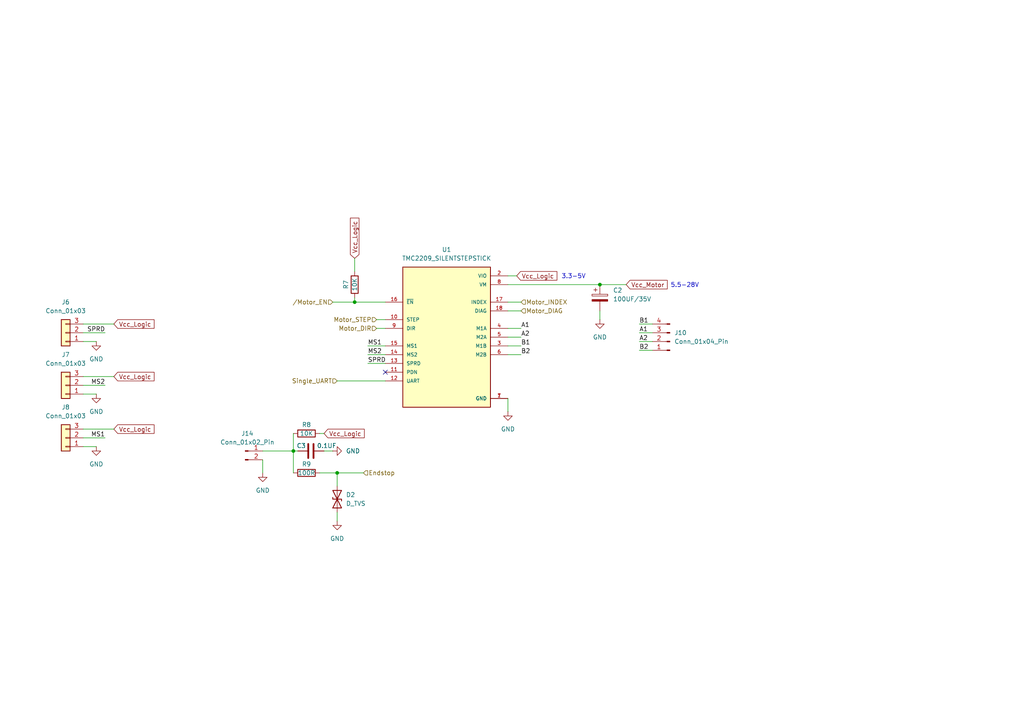
<source format=kicad_sch>
(kicad_sch (version 20231120) (generator "eeschema") (generator_version "8.0")
  (paper "A4")
  (lib_symbols
    (symbol "Connector:Conn_01x02_Pin" (pin_names (offset 1.016) hide)
      (property "Reference" "J" (at 0 2.54 0))
      (property "Value" "Conn_01x02_Pin" (at 0 -5.08 0))
      (symbol "Conn_01x02_Pin_1_1"
        (polyline (pts (xy 1.27 -2.54) (xy 0.8636 -2.54)) (stroke (width 0.1524)))
        (polyline (pts (xy 1.27 0) (xy 0.8636 0)) (stroke (width 0.1524)))
        (rectangle (start 0.8636 -2.413) (end 0 -2.667) (stroke (width 0.1524)) (fill (type outline)))
        (rectangle (start 0.8636 0.127) (end 0 -0.127) (stroke (width 0.1524)) (fill (type outline)))
        (pin passive line (at 5.08 0 180) (length 3.81) (name "Pin_1") (number "1"))
        (pin passive line (at 5.08 -2.54 180) (length 3.81) (name "Pin_2") (number "2"))
      )
    )
    (symbol "Connector:Conn_01x04_Pin" (pin_names (offset 1.016) hide)
      (property "Reference" "J" (at 0 5.08 0))
      (property "Value" "Conn_01x04_Pin" (at 0 -7.62 0))
      (symbol "Conn_01x04_Pin_1_1"
        (polyline (pts (xy 1.27 -5.08) (xy 0.8636 -5.08)) (stroke (width 0.1524)))
        (polyline (pts (xy 1.27 -2.54) (xy 0.8636 -2.54)) (stroke (width 0.1524)))
        (polyline (pts (xy 1.27 0) (xy 0.8636 0)) (stroke (width 0.1524)))
        (polyline (pts (xy 1.27 2.54) (xy 0.8636 2.54)) (stroke (width 0.1524)))
        (rectangle (start 0.8636 -4.953) (end 0 -5.207) (stroke (width 0.1524)) (fill (type outline)))
        (rectangle (start 0.8636 -2.413) (end 0 -2.667) (stroke (width 0.1524)) (fill (type outline)))
        (rectangle (start 0.8636 0.127) (end 0 -0.127) (stroke (width 0.1524)) (fill (type outline)))
        (rectangle (start 0.8636 2.667) (end 0 2.413) (stroke (width 0.1524)) (fill (type outline)))
        (pin passive line (at 5.08 2.54 180) (length 3.81) (name "Pin_1") (number "1"))
        (pin passive line (at 5.08 0 180) (length 3.81) (name "Pin_2") (number "2"))
        (pin passive line (at 5.08 -2.54 180) (length 3.81) (name "Pin_3") (number "3"))
        (pin passive line (at 5.08 -5.08 180) (length 3.81) (name "Pin_4") (number "4"))
      )
    )
    (symbol "Connector_Generic:Conn_01x03" (pin_names (offset 1.016) hide)
      (property "Reference" "J" (at 0 5.08 0))
      (property "Value" "Conn_01x03" (at 0 -5.08 0))
      (symbol "Conn_01x03_1_1"
        (rectangle (start -1.27 -2.413) (end 0 -2.667) (stroke (width 0.1524)))
        (rectangle (start -1.27 0.127) (end 0 -0.127) (stroke (width 0.1524)))
        (rectangle (start -1.27 2.667) (end 0 2.413) (stroke (width 0.1524)))
        (rectangle (start -1.27 3.81) (end 1.27 -3.81) (stroke (width 0.254)) (fill (type background)))
        (pin passive line (at -5.08 2.54 0) (length 3.81) (name "Pin_1") (number "1"))
        (pin passive line (at -5.08 0 0) (length 3.81) (name "Pin_2") (number "2"))
        (pin passive line (at -5.08 -2.54 0) (length 3.81) (name "Pin_3") (number "3"))
      )
    )
    (symbol "Device:C" (pin_numbers hide) (pin_names (offset 0.254))
      (property "Reference" "C" (at 0.635 2.54 0))
      (property "Value" "C" (at 0.635 -2.54 0))
      (symbol "C_0_1"
        (polyline (pts (xy -2.032 -0.762) (xy 2.032 -0.762)) (stroke (width 0.508)))
        (polyline (pts (xy -2.032 0.762) (xy 2.032 0.762)) (stroke (width 0.508)))
      )
      (symbol "C_1_1"
        (pin passive line (at 0 3.81 270) (length 2.794) (name "~") (number "1"))
        (pin passive line (at 0 -3.81 90) (length 2.794) (name "~") (number "2"))
      )
    )
    (symbol "Device:C_Polarized" (pin_numbers hide) (pin_names (offset 0.254))
      (property "Reference" "C" (at 0.635 2.54 0))
      (property "Value" "C_Polarized" (at 0.635 -2.54 0))
      (symbol "C_Polarized_0_1"
        (rectangle (start -2.286 0.508) (end 2.286 1.016))
        (polyline (pts (xy -1.778 2.286) (xy -0.762 2.286)))
        (polyline (pts (xy -1.27 2.794) (xy -1.27 1.778)))
        (rectangle (start 2.286 -0.508) (end -2.286 -1.016) (fill (type outline)))
      )
      (symbol "C_Polarized_1_1"
        (pin passive line (at 0 3.81 270) (length 2.794) (name "~") (number "1"))
        (pin passive line (at 0 -3.81 90) (length 2.794) (name "~") (number "2"))
      )
    )
    (symbol "Device:D_TVS" (pin_numbers hide) (pin_names (offset 1.016) hide)
      (property "Reference" "D" (at 0 2.54 0))
      (property "Value" "D_TVS" (at 0 -2.54 0))
      (symbol "D_TVS_0_1"
        (polyline (pts (xy 1.27 0) (xy -1.27 0)))
        (polyline (pts (xy 0.508 1.27) (xy 0 1.27) (xy 0 -1.27) (xy -0.508 -1.27)) (stroke (width 0.254)))
        (polyline (pts (xy -2.54 1.27) (xy -2.54 -1.27) (xy 2.54 1.27) (xy 2.54 -1.27) (xy -2.54 1.27)) (stroke (width 0.254)))
      )
      (symbol "D_TVS_1_1"
        (pin passive line (at -3.81 0 0) (length 2.54) (name "A1") (number "1"))
        (pin passive line (at 3.81 0 180) (length 2.54) (name "A2") (number "2"))
      )
    )
    (symbol "Device:R" (pin_numbers hide) (pin_names (offset 0))
      (property "Reference" "R" (at 2.032 0 90))
      (property "Value" "R" (at 0 0 90))
      (symbol "R_0_1"
        (rectangle (start -1.016 -2.54) (end 1.016 2.54) (stroke (width 0.254)))
      )
      (symbol "R_1_1"
        (pin passive line (at 0 3.81 270) (length 1.27) (name "~") (number "1"))
        (pin passive line (at 0 -3.81 90) (length 1.27) (name "~") (number "2"))
      )
    )
    (symbol "TMC2209_SILENTSTEPSTICK:TMC2209_SILENTSTEPSTICK" (pin_names (offset 1.016))
      (property "Reference" "U" (at -12.7 22.86 0))
      (property "Value" "TMC2209_SILENTSTEPSTICK" (at -12.7 -22.86 0))
      (symbol "TMC2209_SILENTSTEPSTICK_0_0"
        (rectangle (start -12.7 -20.32) (end 12.7 20.32) (stroke (width 0.254)) (fill (type background)))
        (pin power_in line (at 17.78 -17.78 180) (length 5.08) (name "GND") (number "1"))
        (pin input line (at -17.78 5.08 0) (length 5.08) (name "STEP") (number "10"))
        (pin bidirectional line (at -17.78 -10.16 0) (length 5.08) (name "PDN") (number "11"))
        (pin bidirectional line (at -17.78 -12.7 0) (length 5.08) (name "UART") (number "12"))
        (pin input line (at -17.78 -7.62 0) (length 5.08) (name "SPRD") (number "13"))
        (pin input line (at -17.78 -5.08 0) (length 5.08) (name "MS2") (number "14"))
        (pin input line (at -17.78 -2.54 0) (length 5.08) (name "MS1") (number "15"))
        (pin input line (at -17.78 10.16 0) (length 5.08) (name "~{EN}") (number "16"))
        (pin output line (at 17.78 10.16 180) (length 5.08) (name "INDEX") (number "17"))
        (pin output line (at 17.78 7.62 180) (length 5.08) (name "DIAG") (number "18"))
        (pin power_in line (at 17.78 17.78 180) (length 5.08) (name "VIO") (number "2"))
        (pin output line (at 17.78 -2.54 180) (length 5.08) (name "M1B") (number "3"))
        (pin output line (at 17.78 2.54 180) (length 5.08) (name "M1A") (number "4"))
        (pin output line (at 17.78 0 180) (length 5.08) (name "M2A") (number "5"))
        (pin output line (at 17.78 -5.08 180) (length 5.08) (name "M2B") (number "6"))
        (pin power_in line (at 17.78 -17.78 180) (length 5.08) (name "GND") (number "7"))
        (pin power_in line (at 17.78 15.24 180) (length 5.08) (name "VM") (number "8"))
        (pin input line (at -17.78 2.54 0) (length 5.08) (name "DIR") (number "9"))
      )
    )
    (symbol "power:GND" (power) (pin_numbers hide) (pin_names (offset 0) hide)
      (property "Value" "GND" (at 0 -3.81 0))
      (symbol "GND_0_1"
        (polyline (pts (xy 0 0) (xy 0 -1.27) (xy 1.27 -1.27) (xy 0 -2.54) (xy -1.27 -1.27) (xy 0 -1.27)))
      )
      (symbol "GND_1_1"
        (pin power_in line (at 0 0 270) (length 0) (name "~") (number "1"))
      )
    )
  )
  (junction (at 173.99 82.55))
  (junction (at 97.79 137.16))
  (junction (at 102.87 87.63))
  (junction (at 85.09 130.81))
  (no_connect (at 111.76 107.95))
  (wire (pts (xy 149.86 80.01) (xy 147.32 80.01)))
  (wire (pts (xy 97.79 137.16) (xy 92.71 137.16)))
  (wire (pts (xy 27.94 114.3) (xy 24.13 114.3)))
  (wire (pts (xy 102.87 74.93) (xy 102.87 78.74)))
  (wire (pts (xy 102.87 86.36) (xy 102.87 87.63)))
  (wire (pts (xy 109.22 95.25) (xy 111.76 95.25)))
  (wire (pts (xy 185.42 99.06) (xy 189.23 99.06)))
  (wire (pts (xy 147.32 97.79) (xy 151.13 97.79)))
  (wire (pts (xy 147.32 87.63) (xy 151.13 87.63)))
  (wire (pts (xy 24.13 111.76) (xy 30.48 111.76)))
  (wire (pts (xy 76.2 133.35) (xy 76.2 137.16)))
  (wire (pts (xy 106.68 102.87) (xy 111.76 102.87)))
  (wire (pts (xy 185.42 96.52) (xy 189.23 96.52)))
  (wire (pts (xy 147.32 95.25) (xy 151.13 95.25)))
  (wire (pts (xy 85.09 130.81) (xy 85.09 137.16)))
  (wire (pts (xy 181.61 82.55) (xy 173.99 82.55)))
  (wire (pts (xy 24.13 96.52) (xy 30.48 96.52)))
  (wire (pts (xy 93.98 130.81) (xy 96.52 130.81)))
  (wire (pts (xy 173.99 92.71) (xy 173.99 90.17)))
  (wire (pts (xy 97.79 110.49) (xy 111.76 110.49)))
  (wire (pts (xy 33.02 124.46) (xy 24.13 124.46)))
  (wire (pts (xy 97.79 140.97) (xy 97.79 137.16)))
  (wire (pts (xy 92.71 125.73) (xy 93.98 125.73)))
  (wire (pts (xy 97.79 151.13) (xy 97.79 148.59)))
  (wire (pts (xy 173.99 82.55) (xy 147.32 82.55)))
  (wire (pts (xy 105.41 137.16) (xy 97.79 137.16)))
  (wire (pts (xy 106.68 100.33) (xy 111.76 100.33)))
  (wire (pts (xy 151.13 90.17) (xy 147.32 90.17)))
  (wire (pts (xy 109.22 92.71) (xy 111.76 92.71)))
  (wire (pts (xy 85.09 125.73) (xy 85.09 130.81)))
  (wire (pts (xy 33.02 93.98) (xy 24.13 93.98)))
  (wire (pts (xy 147.32 115.57) (xy 147.32 119.38)))
  (wire (pts (xy 86.36 130.81) (xy 85.09 130.81)))
  (wire (pts (xy 147.32 100.33) (xy 151.13 100.33)))
  (wire (pts (xy 96.52 87.63) (xy 102.87 87.63)))
  (wire (pts (xy 185.42 93.98) (xy 189.23 93.98)))
  (wire (pts (xy 76.2 130.81) (xy 85.09 130.81)))
  (wire (pts (xy 102.87 87.63) (xy 111.76 87.63)))
  (wire (pts (xy 27.94 99.06) (xy 24.13 99.06)))
  (wire (pts (xy 33.02 109.22) (xy 24.13 109.22)))
  (wire (pts (xy 27.94 129.54) (xy 24.13 129.54)))
  (wire (pts (xy 106.68 105.41) (xy 111.76 105.41)))
  (wire (pts (xy 147.32 102.87) (xy 151.13 102.87)))
  (wire (pts (xy 24.13 127) (xy 30.48 127)))
  (wire (pts (xy 185.42 101.6) (xy 189.23 101.6)))
  (text "5.5-28V\n" (at 198.628 82.804 0) (effects (font (size 1.27 1.27))))
  (text "3.3-5V\n" (at 166.37 80.264 0) (effects (font (size 1.27 1.27))))
  (label "B2" (at 151.13 102.87 0))
  (label "SPRD" (at 30.48 96.52 180))
  (label "MS1" (at 30.48 127 180))
  (label "B2" (at 185.42 101.6 0))
  (label "A2" (at 185.42 99.06 0))
  (label "A2" (at 151.13 97.79 0))
  (label "SPRD" (at 106.68 105.41 0))
  (label "MS2" (at 106.68 102.87 0))
  (label "B1" (at 151.13 100.33 0))
  (label "MS2" (at 30.48 111.76 180))
  (label "MS1" (at 106.68 100.33 0))
  (label "A1" (at 151.13 95.25 0))
  (label "A1" (at 185.42 96.52 0))
  (label "B1" (at 185.42 93.98 0))
  (global_label "Vcc_Logic" (shape input) (at 93.98 125.73 0) (property "Intersheetrefs" "${INTERSHEET_REFS}" (effects (hide yes))))
  (global_label "Vcc_Logic" (shape input) (at 102.87 74.93 90) (property "Intersheetrefs" "${INTERSHEET_REFS}" (effects (hide yes))))
  (global_label "Vcc_Logic" (shape input) (at 33.02 124.46 0) (property "Intersheetrefs" "${INTERSHEET_REFS}" (effects (hide yes))))
  (global_label "Vcc_Logic" (shape input) (at 33.02 93.98 0) (property "Intersheetrefs" "${INTERSHEET_REFS}" (effects (hide yes))))
  (global_label "Vcc_Logic" (shape input) (at 149.86 80.01 0) (property "Intersheetrefs" "${INTERSHEET_REFS}" (effects (hide yes))))
  (global_label "Vcc_Logic" (shape input) (at 33.02 109.22 0) (property "Intersheetrefs" "${INTERSHEET_REFS}" (effects (hide yes))))
  (global_label "Vcc_Motor" (shape input) (at 181.61 82.55 0) (property "Intersheetrefs" "${INTERSHEET_REFS}" (effects (hide yes))))
  (hierarchical_label "Endstop" (shape input) (at 105.41 137.16 0))
  (hierarchical_label "{slash}Motor_EN" (shape input) (at 96.52 87.63 180))
  (hierarchical_label "Motor_DIAG" (shape input) (at 151.13 90.17 0))
  (hierarchical_label "Single_UART" (shape input) (at 97.79 110.49 180))
  (hierarchical_label "Motor_STEP" (shape input) (at 109.22 92.71 180))
  (hierarchical_label "Motor_DIR" (shape input) (at 109.22 95.25 180))
  (hierarchical_label "Motor_INDEX" (shape input) (at 151.13 87.63 0))
  (symbol (lib_id "Device:R") (at 88.9 137.16 90) (unit 1)
    (property "Reference" "R9" (at 88.9 134.62 90))
    (property "Value" "100R" (at 88.9 137.16 90))
    (property "Footprint" "Resistor_SMD:R_0805_2012Metric_Pad1.20x1.40mm_HandSolder" (effects (hide yes)))
    (property "Description" "Resistor" (effects (hide yes)))
    (instances (project "Schrittmotortreiber_Traegerboard" (path "" (reference "R9") (unit 1)) (path "" (reference "R12") (unit 1)) (path "" (reference "R15") (unit 1)) (path "" (reference "R6") (unit 1))))
  )
  (symbol (lib_id "power:GND") (at 97.79 151.13 0) (unit 1)
    (property "Reference" "#PWR017" (effects (hide yes)))
    (property "Value" "GND" (at 97.79 156.21 0))
    (property "Description" "Power symbol creates a global label with name \"GND\" , ground" (effects (hide yes)))
    (instances (project "Schrittmotortreiber_Traegerboard" (path "" (reference "#PWR017") (unit 1)) (path "" (reference "#PWR025") (unit 1)) (path "" (reference "#PWR033") (unit 1)) (path "" (reference "#PWR041") (unit 1))))
  )
  (symbol (lib_id "power:GND") (at 147.32 119.38 0) (unit 1)
    (property "Reference" "#PWR018" (effects (hide yes)))
    (property "Value" "GND" (at 147.32 124.46 0))
    (property "Description" "Power symbol creates a global label with name \"GND\" , ground" (effects (hide yes)))
    (instances (project "Schrittmotortreiber_Traegerboard" (path "" (reference "#PWR018") (unit 1)) (path "" (reference "#PWR026") (unit 1)) (path "" (reference "#PWR034") (unit 1)) (path "" (reference "#PWR042") (unit 1))))
  )
  (symbol (lib_id "Connector_Generic:Conn_01x03") (at 19.05 127 180) (unit 1)
    (property "Reference" "J8" (at 19.05 118.11 0))
    (property "Value" "Conn_01x03" (at 19.05 120.65 0))
    (property "Footprint" "Connector_PinHeader_2.54mm:PinHeader_1x03_P2.54mm_Vertical" (effects (hide yes)))
    (property "Description" "Generic connector, single row, 01x03, script generated (kicad-library-utils/schlib/autogen/connector/)" (effects (hide yes)))
    (instances (project "Schrittmotortreiber_Traegerboard" (path "" (reference "J8") (unit 1)) (path "" (reference "J13") (unit 1)) (path "" (reference "J18") (unit 1)) (path "" (reference "J23") (unit 1))))
  )
  (symbol (lib_id "Connector:Conn_01x02_Pin") (at 71.12 130.81 0) (unit 1)
    (property "Reference" "J14" (at 71.755 125.73 0))
    (property "Value" "Conn_01x02_Pin" (at 71.755 128.27 0))
    (property "Footprint" "Connector_JST:JST_XH_B2B-XH-A_1x02_P2.50mm_Vertical" (effects (hide yes)))
    (property "Description" "Generic connector, single row, 01x02, script generated" (effects (hide yes)))
    (instances (project "Schrittmotortreiber_Traegerboard" (path "" (reference "J14") (unit 1)) (path "" (reference "J19") (unit 1)) (path "" (reference "J24") (unit 1)) (path "" (reference "J9") (unit 1))))
  )
  (symbol (lib_id "power:GND") (at 27.94 129.54 0) (mirror y) (unit 1)
    (property "Reference" "#PWR014" (effects (hide yes)))
    (property "Value" "GND" (at 27.94 134.62 0))
    (property "Description" "Power symbol creates a global label with name \"GND\" , ground" (effects (hide yes)))
    (instances (project "Schrittmotortreiber_Traegerboard" (path "" (reference "#PWR014") (unit 1)) (path "" (reference "#PWR022") (unit 1)) (path "" (reference "#PWR030") (unit 1)) (path "" (reference "#PWR038") (unit 1))))
  )
  (symbol (lib_id "Device:R") (at 88.9 125.73 90) (unit 1)
    (property "Reference" "R8" (at 88.9 123.19 90))
    (property "Value" "10K" (at 88.9 125.73 90))
    (property "Footprint" "Resistor_SMD:R_0805_2012Metric_Pad1.20x1.40mm_HandSolder" (effects (hide yes)))
    (property "Description" "Resistor" (effects (hide yes)))
    (instances (project "Schrittmotortreiber_Traegerboard" (path "" (reference "R8") (unit 1)) (path "" (reference "R11") (unit 1)) (path "" (reference "R14") (unit 1)) (path "" (reference "R5") (unit 1))))
  )
  (symbol (lib_id "Device:D_TVS") (at 97.79 144.78 90) (unit 1)
    (property "Reference" "D2" (at 100.33 143.5099 90) (effects (justify right)))
    (property "Value" "D_TVS" (at 100.33 146.0499 90) (effects (justify right)))
    (property "Footprint" "Diode_SMD:D_0201_0603Metric_Pad0.64x0.40mm_HandSolder" (effects (hide yes)))
    (property "Description" "Bidirectional transient-voltage-suppression diode" (effects (hide yes)))
    (instances (project "Schrittmotortreiber_Traegerboard" (path "" (reference "D2") (unit 1)) (path "" (reference "D3") (unit 1)) (path "" (reference "D4") (unit 1)) (path "" (reference "D1") (unit 1))))
  )
  (symbol (lib_id "Device:C_Polarized") (at 173.99 86.36 0) (unit 1)
    (property "Reference" "C2" (at 177.8 84.2009 0) (effects (justify left)))
    (property "Value" "100UF/35V" (at 177.8 86.7409 0) (effects (justify left)))
    (property "Footprint" "Capacitor_SMD:CP_Elec_6.3x7.7" (effects (hide yes)))
    (property "Description" "Polarized capacitor" (effects (hide yes)))
    (instances (project "Schrittmotortreiber_Traegerboard" (path "" (reference "C2") (unit 1)) (path "" (reference "C4") (unit 1)) (path "" (reference "C6") (unit 1)) (path "" (reference "C8") (unit 1))))
  )
  (symbol (lib_id "Device:R") (at 102.87 82.55 180) (unit 1)
    (property "Reference" "R7" (at 100.33 82.55 90))
    (property "Value" "10K" (at 102.87 82.55 90))
    (property "Footprint" "Resistor_SMD:R_0805_2012Metric_Pad1.20x1.40mm_HandSolder" (effects (hide yes)))
    (property "Description" "Resistor" (effects (hide yes)))
    (instances (project "Schrittmotortreiber_Traegerboard" (path "" (reference "R7") (unit 1)) (path "" (reference "R10") (unit 1)) (path "" (reference "R13") (unit 1)) (path "" (reference "R16") (unit 1))))
  )
  (symbol (lib_id "power:GND") (at 27.94 114.3 0) (mirror y) (unit 1)
    (property "Reference" "#PWR013" (effects (hide yes)))
    (property "Value" "GND" (at 27.94 119.38 0))
    (property "Description" "Power symbol creates a global label with name \"GND\" , ground" (effects (hide yes)))
    (instances (project "Schrittmotortreiber_Traegerboard" (path "" (reference "#PWR013") (unit 1)) (path "" (reference "#PWR021") (unit 1)) (path "" (reference "#PWR029") (unit 1)) (path "" (reference "#PWR037") (unit 1))))
  )
  (symbol (lib_id "TMC2209_SILENTSTEPSTICK:TMC2209_SILENTSTEPSTICK") (at 129.54 97.79 0) (unit 1)
    (property "Reference" "U1" (at 129.54 72.39 0))
    (property "Value" "TMC2209_SILENTSTEPSTICK" (at 129.54 74.93 0))
    (property "Footprint" "Schrittmotortreiber:MODULE_TMC2209_SILENTSTEPSTICK" (effects (hide yes)))
    (property "MF" "Trinamic Motion Control GmbH" (effects (hide yes)))
    (property "Description_1" "\nTMC2209 Motor Controller/Driver Power Management Evaluation Board\n" (effects (hide yes)))
    (property "Package" "None" (effects (hide yes)))
    (property "Price" "None" (effects (hide yes)))
    (property "Check_prices" "https://www.snapeda.com/parts/TMC2209%20SILENTSTEPSTICK/Trinamic+Motion+Control+GmbH/view-part/?ref=eda" (effects (hide yes)))
    (property "STANDARD" "Manufacturer Recommendations" (effects (hide yes)))
    (property "PARTREV" "1.20" (effects (hide yes)))
    (property "SnapEDA_Link" "https://www.snapeda.com/parts/TMC2209%20SILENTSTEPSTICK/Trinamic+Motion+Control+GmbH/view-part/?ref=snap" (effects (hide yes)))
    (property "MP" "TMC2209 SILENTSTEPSTICK" (effects (hide yes)))
    (property "MANUFACTURER" "Trinamic Motion Control GmbH" (effects (hide yes)))
    (property "Availability" "In Stock" (effects (hide yes)))
    (property "SNAPEDA_PN" "TMC2209 SILENTSTEPSTICK" (effects (hide yes)))
    (instances (project "Schrittmotortreiber_Traegerboard" (path "" (reference "U1") (unit 1)) (path "" (reference "U2") (unit 1)) (path "" (reference "U3") (unit 1)) (path "" (reference "U4") (unit 1))))
  )
  (symbol (lib_id "power:GND") (at 96.52 130.81 90) (unit 1)
    (property "Reference" "#PWR016" (effects (hide yes)))
    (property "Value" "GND" (at 100.33 130.8099 90) (effects (justify right)))
    (property "Description" "Power symbol creates a global label with name \"GND\" , ground" (effects (hide yes)))
    (instances (project "Schrittmotortreiber_Traegerboard" (path "" (reference "#PWR016") (unit 1)) (path "" (reference "#PWR024") (unit 1)) (path "" (reference "#PWR032") (unit 1)) (path "" (reference "#PWR040") (unit 1))))
  )
  (symbol (lib_id "power:GND") (at 27.94 99.06 0) (mirror y) (unit 1)
    (property "Reference" "#PWR012" (effects (hide yes)))
    (property "Value" "GND" (at 27.94 104.14 0))
    (property "Description" "Power symbol creates a global label with name \"GND\" , ground" (effects (hide yes)))
    (instances (project "Schrittmotortreiber_Traegerboard" (path "" (reference "#PWR012") (unit 1)) (path "" (reference "#PWR020") (unit 1)) (path "" (reference "#PWR028") (unit 1)) (path "" (reference "#PWR036") (unit 1))))
  )
  (symbol (lib_id "power:GND") (at 173.99 92.71 0) (unit 1)
    (property "Reference" "#PWR019" (effects (hide yes)))
    (property "Value" "GND" (at 173.99 97.79 0))
    (property "Description" "Power symbol creates a global label with name \"GND\" , ground" (effects (hide yes)))
    (instances (project "Schrittmotortreiber_Traegerboard" (path "" (reference "#PWR019") (unit 1)) (path "" (reference "#PWR027") (unit 1)) (path "" (reference "#PWR035") (unit 1)) (path "" (reference "#PWR043") (unit 1))))
  )
  (symbol (lib_id "Connector_Generic:Conn_01x03") (at 19.05 111.76 180) (unit 1)
    (property "Reference" "J7" (at 19.05 102.87 0))
    (property "Value" "Conn_01x03" (at 19.05 105.41 0))
    (property "Footprint" "Connector_PinHeader_2.54mm:PinHeader_1x03_P2.54mm_Vertical" (effects (hide yes)))
    (property "Description" "Generic connector, single row, 01x03, script generated (kicad-library-utils/schlib/autogen/connector/)" (effects (hide yes)))
    (instances (project "Schrittmotortreiber_Traegerboard" (path "" (reference "J7") (unit 1)) (path "" (reference "J12") (unit 1)) (path "" (reference "J17") (unit 1)) (path "" (reference "J22") (unit 1))))
  )
  (symbol (lib_id "Device:C") (at 90.17 130.81 90) (unit 1)
    (property "Reference" "C3" (at 87.376 129.286 90))
    (property "Value" "0.1UF" (at 94.742 129.286 90))
    (property "Footprint" "Capacitor_SMD:C_0805_2012Metric_Pad1.18x1.45mm_HandSolder" (effects (hide yes)))
    (property "Description" "Unpolarized capacitor" (effects (hide yes)))
    (instances (project "Schrittmotortreiber_Traegerboard" (path "" (reference "C3") (unit 1)) (path "" (reference "C5") (unit 1)) (path "" (reference "C7") (unit 1)) (path "" (reference "C1") (unit 1))))
  )
  (symbol (lib_id "power:GND") (at 76.2 137.16 0) (unit 1)
    (property "Reference" "#PWR015" (effects (hide yes)))
    (property "Value" "GND" (at 76.2 142.24 0))
    (property "Description" "Power symbol creates a global label with name \"GND\" , ground" (effects (hide yes)))
    (instances (project "Schrittmotortreiber_Traegerboard" (path "" (reference "#PWR015") (unit 1)) (path "" (reference "#PWR023") (unit 1)) (path "" (reference "#PWR031") (unit 1)) (path "" (reference "#PWR039") (unit 1))))
  )
  (symbol (lib_id "Connector_Generic:Conn_01x03") (at 19.05 96.52 180) (unit 1)
    (property "Reference" "J6" (at 19.05 87.63 0))
    (property "Value" "Conn_01x03" (at 19.05 90.17 0))
    (property "Footprint" "Connector_PinHeader_2.54mm:PinHeader_1x03_P2.54mm_Vertical" (effects (hide yes)))
    (property "Description" "Generic connector, single row, 01x03, script generated (kicad-library-utils/schlib/autogen/connector/)" (effects (hide yes)))
    (instances (project "Schrittmotortreiber_Traegerboard" (path "" (reference "J6") (unit 1)) (path "" (reference "J11") (unit 1)) (path "" (reference "J16") (unit 1)) (path "" (reference "J21") (unit 1))))
  )
  (symbol (lib_id "Connector:Conn_01x04_Pin") (at 194.31 99.06 180) (unit 1)
    (property "Reference" "J10" (at 195.58 96.5199 0) (effects (justify right)))
    (property "Value" "Conn_01x04_Pin" (at 195.58 99.0599 0) (effects (justify right)))
    (property "Footprint" "Connector_JST:JST_XH_B4B-XH-A_1x04_P2.50mm_Vertical" (effects (hide yes)))
    (property "Description" "Generic connector, single row, 01x04, script generated" (effects (hide yes)))
    (instances (project "Schrittmotortreiber_Traegerboard" (path "" (reference "J10") (unit 1)) (path "" (reference "J15") (unit 1)) (path "" (reference "J20") (unit 1)) (path "" (reference "J25") (unit 1))))
  )
)
</source>
